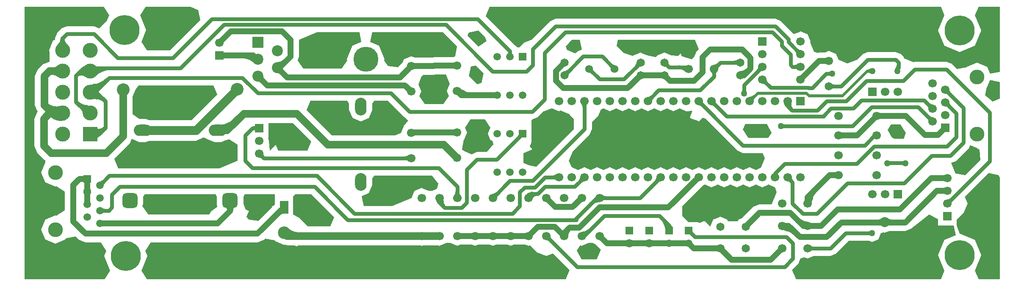
<source format=gbl>
%FSLAX24Y24*%
%MOIN*%
G70*
G01*
G75*
G04 Layer_Physical_Order=2*
G04 Layer_Color=16711680*
%ADD10C,0.0472*%
%ADD11C,0.0315*%
%ADD12C,0.0591*%
%ADD13R,0.7480X0.4724*%
%ADD14C,0.1181*%
%ADD15R,0.1181X0.1181*%
%ADD16C,0.1969*%
%ADD17C,0.0866*%
%ADD18R,0.0866X0.0866*%
%ADD19C,0.0669*%
%ADD20R,0.0669X0.0669*%
%ADD21C,0.0591*%
%ADD22R,0.0591X0.0591*%
%ADD23C,0.0650*%
%ADD24O,0.0900X0.1400*%
%ADD25O,0.1400X0.0900*%
G04:AMPARAMS|DCode=26|XSize=118.1mil|YSize=118.1mil|CornerRadius=29.5mil|HoleSize=0mil|Usage=FLASHONLY|Rotation=0.000|XOffset=0mil|YOffset=0mil|HoleType=Round|Shape=RoundedRectangle|*
%AMROUNDEDRECTD26*
21,1,0.1181,0.0591,0,0,0.0*
21,1,0.0591,0.1181,0,0,0.0*
1,1,0.0591,0.0295,-0.0295*
1,1,0.0591,-0.0295,-0.0295*
1,1,0.0591,-0.0295,0.0295*
1,1,0.0591,0.0295,0.0295*
%
%ADD26ROUNDEDRECTD26*%
%ADD27C,0.1000*%
%ADD28R,0.0669X0.0984*%
%ADD29C,0.0984*%
%ADD30C,0.1161*%
%ADD31R,0.0591X0.0591*%
%ADD32R,0.0669X0.0669*%
%ADD33C,0.2362*%
%ADD34C,0.0620*%
%ADD35C,0.0591*%
%ADD36C,0.0630*%
%ADD37C,0.0500*%
%ADD38C,0.0787*%
%ADD39C,0.0236*%
%ADD40C,0.0709*%
%ADD41C,0.0197*%
G36*
X22568Y10865D02*
X22267Y10138D01*
X19966D01*
X19774Y10601D01*
X19774Y10601D01*
X19311Y10146D01*
X19261Y10904D01*
X19261Y10904D01*
X19261D01*
X19168Y11127D01*
X19201Y11175D01*
X19201D01*
Y12286D01*
X21148D01*
X22568Y10865D01*
D02*
G37*
G36*
X74984Y10322D02*
X74984Y10322D01*
X74984Y10322D01*
X75182Y10190D01*
X75259Y9406D01*
X74045Y8192D01*
X73273Y8346D01*
X73206Y8509D01*
D01*
X72940Y9151D01*
X73306Y9303D01*
X73306D01*
X74349Y10346D01*
X74434Y10550D01*
X74984Y10322D01*
D02*
G37*
G36*
X32573Y7545D02*
X32489Y7120D01*
X32111Y6963D01*
X32111D01*
D01*
D01*
X32111D01*
D01*
X31825D01*
X31825Y6963D01*
Y6963D01*
X31825D01*
D01*
X31388Y7144D01*
X31388Y7144D01*
X31268Y7194D01*
X30710Y6963D01*
X30660Y6843D01*
D01*
X30479Y6405D01*
X28954Y5774D01*
X26708D01*
X26554Y6546D01*
X27122Y6781D01*
X27390Y7427D01*
Y7927D01*
X27541Y8153D01*
X29954D01*
X30016Y8128D01*
Y8153D01*
X32074D01*
X32573Y7545D01*
D02*
G37*
G36*
X42068Y13243D02*
X42182Y13290D01*
X42909Y12989D01*
X42943Y12907D01*
X42943Y12907D01*
X43234Y12615D01*
Y11828D01*
X40271Y8865D01*
X39751Y8969D01*
X39751Y8969D01*
X39751Y8969D01*
X39294Y9158D01*
Y9945D01*
X39972Y10226D01*
D01*
X39993Y10235D01*
X39951Y10277D01*
Y10277D01*
X39951D01*
X39775Y10453D01*
X39913Y10786D01*
X39913D01*
X39913Y10786D01*
Y12164D01*
X39913D01*
Y12526D01*
X39976Y12589D01*
D01*
X40398Y12764D01*
X40823Y13189D01*
X41511Y13474D01*
X42068Y13243D01*
D02*
G37*
G36*
X58435Y12233D02*
X58804Y11544D01*
X58532Y11138D01*
X56987D01*
X56550Y11793D01*
X56734Y12238D01*
X58423D01*
X58435Y12233D01*
D02*
G37*
G36*
X69395Y11535D02*
X69202Y11069D01*
X68470D01*
X68264Y11154D01*
X67938Y11763D01*
X68223Y12190D01*
X68957D01*
X69395Y11535D01*
D02*
G37*
G36*
X14310Y11102D02*
X14321Y11077D01*
X14967Y10809D01*
X15467D01*
X15871Y10977D01*
X15955D01*
X16121Y11045D01*
X16775Y10608D01*
Y9341D01*
X15341Y8746D01*
X7365D01*
X7064Y9474D01*
X8311Y10721D01*
X8451Y11058D01*
X9051Y10809D01*
X9551D01*
X9801Y10913D01*
X13498D01*
X14071Y11150D01*
X14310Y11102D01*
D02*
G37*
G36*
X59068Y7243D02*
X59068Y7243D01*
X59068D01*
X59225Y6865D01*
X59086Y6529D01*
X59086Y6529D01*
X58855Y5971D01*
X58855Y5971D01*
X58855Y5971D01*
X58806Y5898D01*
X57842D01*
X57360Y5699D01*
X56448Y4787D01*
X56217Y4691D01*
X56160Y4555D01*
X55373D01*
X55369Y4566D01*
X55369D01*
X55317Y4691D01*
X54767Y4919D01*
X54641Y4867D01*
X54641D01*
X54217Y4691D01*
X53989Y4141D01*
X53989Y4141D01*
X53534Y4593D01*
X53534Y4593D01*
X53161Y4438D01*
X52983Y4512D01*
Y4512D01*
X52983Y4512D01*
X52253D01*
X51839Y4926D01*
X51839D01*
X51777Y4988D01*
Y5776D01*
X53368Y7367D01*
X53568Y7450D01*
X54068Y7243D01*
X54568Y7450D01*
X55068Y7243D01*
X55568Y7450D01*
X56068Y7243D01*
X56568Y7450D01*
X57068Y7243D01*
X57568Y7450D01*
X58068Y7243D01*
X58568Y7450D01*
X59068Y7243D01*
D02*
G37*
G36*
X71920Y4742D02*
Y4223D01*
X73146D01*
X73299Y3451D01*
X72417Y3085D01*
X71918Y1880D01*
X72417Y675D01*
Y675D01*
Y675D01*
X72137Y0D01*
X60731D01*
X60429Y727D01*
X60904Y1202D01*
X60904D01*
X61079Y1624D01*
X61372Y1745D01*
X61643Y1633D01*
X61643Y1633D01*
X62106Y1825D01*
X63435D01*
X63857Y2000D01*
X64883Y3025D01*
X66489D01*
X66564Y2994D01*
X66564D01*
X66730Y2925D01*
X67223Y3129D01*
X67292Y3295D01*
Y3295D01*
X67427Y3622D01*
X67427Y3622D01*
X67427D01*
X67617Y3701D01*
X67726Y3656D01*
X68067Y3797D01*
X69331D01*
X69813Y3996D01*
X69813Y3996D01*
X69813Y3996D01*
X71212Y5087D01*
X71920Y4742D01*
D02*
G37*
G36*
X19723Y3059D02*
X19741Y3016D01*
D01*
X19755Y2981D01*
X20433Y2701D01*
X20468Y2715D01*
Y2715D01*
X20511Y2733D01*
X20687Y2660D01*
X21254D01*
X21522Y2549D01*
Y2660D01*
X31165D01*
X31268Y2617D01*
X31371Y2660D01*
X32565D01*
X32668Y2617D01*
X33226Y2848D01*
X33226Y2848D01*
X33226Y2848D01*
X33511D01*
X33511Y2848D01*
Y2848D01*
X34069Y2617D01*
X34326Y2724D01*
X35212D01*
X35469Y2617D01*
X35726Y2724D01*
X36612D01*
X36869Y2617D01*
X37127Y2724D01*
X38013D01*
X38270Y2617D01*
X38527Y2724D01*
X39413D01*
X39670Y2617D01*
X39804Y2673D01*
X40374Y2103D01*
D01*
X41071Y1815D01*
D01*
Y1815D01*
X41599Y2033D01*
X42905Y727D01*
X42604Y0D01*
X9635D01*
X9198Y655D01*
X9681Y1821D01*
X9505Y2246D01*
X9943Y2901D01*
X18356D01*
X18838Y3101D01*
X18951Y3213D01*
X19723Y3059D01*
D02*
G37*
G36*
X44972Y2741D02*
X45372Y2341D01*
X45053Y1571D01*
X43841D01*
X43470Y2265D01*
X43741Y2671D01*
X43751Y2667D01*
X43751Y2667D01*
X43751D01*
X43872Y2617D01*
X43872Y2617D01*
X44429Y2848D01*
D01*
X44715D01*
D01*
X44715D01*
X44715Y2848D01*
X44715D01*
X44972Y2741D01*
D02*
G37*
G36*
X19705Y6545D02*
X19705D01*
Y5895D01*
X19601Y5792D01*
X19478Y5741D01*
X19514Y5705D01*
X18415Y4606D01*
X17632Y4683D01*
X17474Y4919D01*
X17604Y5235D01*
X17604D01*
X17635Y5310D01*
X17635D01*
X17664Y5379D01*
X17664Y5379D01*
D01*
D01*
D01*
D01*
D01*
D01*
X17423Y5485D01*
X17237Y5915D01*
D01*
D01*
X17237Y5915D01*
D01*
D01*
Y6506D01*
X17358Y6687D01*
X19705D01*
Y6545D01*
D02*
G37*
G36*
X24396Y4879D02*
X24094Y4151D01*
X22323D01*
X21624Y4850D01*
X21624D01*
X21522Y4893D01*
D01*
X21522D01*
X21161Y5108D01*
Y6545D01*
D01*
Y6545D01*
X21303Y6687D01*
X22588D01*
X24396Y4879D01*
D02*
G37*
G36*
X76677Y8211D02*
X76772Y7983D01*
Y0D01*
X75107D01*
X74827Y675D01*
D01*
D01*
X75327Y1880D01*
X74827Y3085D01*
X73622Y3584D01*
X73377Y4223D01*
X73377Y4223D01*
X73377Y4223D01*
Y4681D01*
X73950Y5254D01*
D01*
X74239Y5951D01*
Y5951D01*
X74239D01*
X74020Y6480D01*
X75905Y8365D01*
X76677Y8211D01*
D02*
G37*
G36*
X15155Y6506D02*
Y5915D01*
X15155Y5915D01*
X15155Y5915D01*
X15187Y5691D01*
X14728Y5379D01*
Y5379D01*
X14536Y5093D01*
X9731D01*
X9293Y5747D01*
X9363Y5915D01*
Y6506D01*
X9484Y6687D01*
X15034D01*
X15155Y6506D01*
D02*
G37*
G36*
X76772Y16344D02*
X75999Y16191D01*
X75775Y16732D01*
X74984Y17060D01*
X74193Y16732D01*
X74181Y16703D01*
X73409Y16549D01*
X73001Y16957D01*
X72579Y17132D01*
X70076D01*
X69990Y17097D01*
X69263Y17398D01*
X69221Y17499D01*
X69221D01*
X69221Y17499D01*
X69221Y17499D01*
X69221D01*
X69005Y17715D01*
X68583Y17890D01*
X66388D01*
X66388Y17890D01*
X65966Y17715D01*
X65966Y17715D01*
D01*
D01*
Y17715D01*
Y17715D01*
X65966D01*
X65555Y17304D01*
X64793Y16989D01*
X64066Y17290D01*
X63876Y17749D01*
X63755Y17799D01*
D01*
X63318Y17980D01*
X63061Y17873D01*
X62548D01*
X62439Y17828D01*
X62154Y17946D01*
X61853Y18674D01*
X61877Y18731D01*
X61646Y19289D01*
D01*
D01*
Y19289D01*
X61088Y19520D01*
X60968Y19470D01*
X60968D01*
X60968D01*
X60968D01*
X60968Y19470D01*
D01*
X60595Y19316D01*
X60558Y19331D01*
X60558Y19331D01*
Y19331D01*
X59546Y20343D01*
X59124Y20518D01*
X41821D01*
X41399Y20343D01*
X39923Y18866D01*
X39326Y18619D01*
Y18619D01*
X38974Y18267D01*
X38828D01*
X38645Y18399D01*
Y18399D01*
X38645Y18399D01*
X36315Y20729D01*
X36617Y21457D01*
X72145D01*
X72417Y20802D01*
D01*
D01*
X71918Y19596D01*
X72417Y18391D01*
X73622Y17892D01*
X74827Y18391D01*
X75327Y19596D01*
X74827Y20802D01*
Y20802D01*
Y20802D01*
X75099Y21457D01*
X76772D01*
Y16344D01*
D02*
G37*
G36*
X34059Y18325D02*
X33906Y17553D01*
X33790Y17505D01*
X32256D01*
X32159Y17465D01*
X30701D01*
X30444Y17572D01*
X29886Y17341D01*
X29780Y17084D01*
X29409Y16713D01*
X28626Y16790D01*
X28324Y17242D01*
X28362Y17333D01*
X27925Y18387D01*
X27217Y18680D01*
X27371Y19453D01*
X32932D01*
X34059Y18325D01*
D02*
G37*
G36*
X53096Y18144D02*
X52914Y17962D01*
X52714Y17480D01*
X52500Y17337D01*
X51746Y17566D01*
X51655Y17787D01*
X51455Y17587D01*
X50918Y17621D01*
Y17621D01*
X50918Y17621D01*
D01*
D01*
D01*
X50368Y17849D01*
X49818Y17621D01*
X49818Y17621D01*
Y17621D01*
X49694Y17495D01*
X49048Y17621D01*
Y17621D01*
X48624Y17797D01*
Y17797D01*
X48624Y17797D01*
X48498Y17849D01*
X48498Y17849D01*
X47948Y17621D01*
X47948Y17621D01*
X47948Y17621D01*
D01*
X47842Y17603D01*
X47191Y17835D01*
D01*
D01*
D01*
D01*
D01*
Y17835D01*
X47191D01*
X47191D01*
X47191D01*
X47191Y17835D01*
X46614Y18412D01*
X46705Y18872D01*
X52794D01*
X53096Y18144D01*
D02*
G37*
G36*
X43868Y18100D02*
X43569Y17976D01*
X43569Y17976D01*
Y17976D01*
Y17976D01*
X43569Y17976D01*
X43569Y17976D01*
X43334Y17813D01*
X42701Y18069D01*
X42622Y18323D01*
X43073Y18872D01*
X43714D01*
X43868Y18100D01*
D02*
G37*
G36*
X6674Y20802D02*
X6483Y20341D01*
X5894Y19753D01*
X5472Y19927D01*
X3346D01*
X3346Y19927D01*
X2925Y19753D01*
X2925Y19753D01*
X2925Y19753D01*
X2580Y19408D01*
X2405Y18986D01*
Y18860D01*
X2249Y18795D01*
X1937Y18041D01*
X1978Y17941D01*
X1978Y17134D01*
X1451Y16915D01*
X1047Y16512D01*
X829Y15984D01*
Y13701D01*
X1038Y13195D01*
X1008Y13165D01*
X790Y12638D01*
Y10496D01*
X1008Y9969D01*
X1583Y9394D01*
X1646Y9368D01*
Y9202D01*
X1646Y9202D01*
X1646D01*
X1318Y8411D01*
X1646Y7620D01*
X2437Y7292D01*
X2522Y7327D01*
X3176Y6890D01*
Y5432D01*
X2522Y4994D01*
X2437Y5029D01*
X1646Y4702D01*
X1318Y3911D01*
X1646Y3120D01*
X2437Y2792D01*
X3228Y3120D01*
X3271Y3224D01*
X4044Y3378D01*
X4321Y3101D01*
X4803Y2901D01*
X6010D01*
X6448Y2246D01*
X6272Y1821D01*
X6755Y655D01*
X6318Y0D01*
X0D01*
Y21457D01*
D01*
X0D01*
Y21457D01*
D01*
D01*
X0Y21457D01*
D01*
X6236D01*
X6674Y20802D01*
D02*
G37*
G36*
X36260Y19097D02*
X36397Y18768D01*
X35742Y18330D01*
X34884Y19188D01*
X34989Y19442D01*
X35762Y19595D01*
X36260Y19097D01*
D02*
G37*
G36*
X13677Y21205D02*
X13831Y20433D01*
X11436Y18038D01*
X9646D01*
X9209Y18692D01*
X9591Y19615D01*
X9099Y20802D01*
X9537Y21457D01*
X13069D01*
X13677Y21205D01*
D02*
G37*
G36*
X26523Y18680D02*
X25815Y18387D01*
X25379Y17333D01*
X25416Y17242D01*
X24979Y16587D01*
X21945D01*
X21508Y17242D01*
X21627Y17530D01*
Y18866D01*
X23043Y19453D01*
X26369D01*
X26523Y18680D01*
D02*
G37*
G36*
X15183Y14552D02*
X13163Y12532D01*
X9801D01*
X9551Y12636D01*
X9051D01*
X8530Y12984D01*
Y14403D01*
X8751Y14938D01*
X8751Y14938D01*
X8751Y14938D01*
X8979Y15279D01*
X14881D01*
X15183Y14552D01*
D02*
G37*
G36*
X29904Y12764D02*
X29904D01*
Y12764D01*
D01*
D01*
D01*
X29904D01*
X30218Y12511D01*
X29886Y12099D01*
X29886Y12099D01*
X29886Y12099D01*
D01*
X29886Y12099D01*
X29886D01*
D01*
D01*
X29656Y11541D01*
X29173Y11342D01*
X24201D01*
X22202Y13341D01*
X22503Y14069D01*
X25412D01*
X25563Y13843D01*
Y13343D01*
X25831Y12697D01*
X26476Y12429D01*
X27122Y12697D01*
X27390Y13343D01*
Y13843D01*
X27541Y14069D01*
X28599D01*
X29904Y12764D01*
D02*
G37*
G36*
X36668Y11935D02*
X36638Y11861D01*
X36638D01*
D01*
D01*
Y11861D01*
Y11861D01*
X36536Y11616D01*
Y11616D01*
X36478Y11475D01*
X36696Y10948D01*
X36838Y10889D01*
Y10889D01*
X36859Y10880D01*
X36910Y10625D01*
X36411Y10016D01*
X35620D01*
X35198Y9841D01*
X35198D01*
X35198D01*
X34622Y10080D01*
X34605Y10121D01*
X34502Y10164D01*
X34438Y10228D01*
X34591Y11000D01*
X34605Y11006D01*
X34836Y11564D01*
X34836Y11564D01*
Y11564D01*
X34682Y11935D01*
X35120Y12589D01*
X36231D01*
X36668Y11935D01*
D02*
G37*
G36*
X52068Y13243D02*
X52068Y13243D01*
X52068Y13243D01*
X52594Y13267D01*
X52371Y12729D01*
D01*
Y12729D01*
D01*
X52497Y12677D01*
D01*
X52960Y12485D01*
X52960D01*
X53068Y12441D01*
X53068Y12441D01*
X53331Y12691D01*
X53371Y12729D01*
X53371D01*
X53371Y12729D01*
X53636Y12619D01*
X56136Y10119D01*
X56558Y9945D01*
X58118D01*
X58295Y9516D01*
X57994Y8789D01*
X57568Y8613D01*
X57068Y8820D01*
X56568Y8613D01*
X56068Y8820D01*
X55568Y8613D01*
X55068Y8820D01*
X54568Y8613D01*
X54068Y8820D01*
X53568Y8613D01*
X53068Y8820D01*
X52568Y8613D01*
X52068Y8820D01*
X51568Y8613D01*
X51068Y8820D01*
X50568Y8613D01*
X50068Y8820D01*
X49568Y8613D01*
X49068Y8820D01*
X48790Y8705D01*
X48766Y8729D01*
X48749Y8688D01*
X48568Y8613D01*
X48068Y8820D01*
X47568Y8613D01*
X47068Y8820D01*
X46568Y8613D01*
X46068Y8820D01*
X45568Y8613D01*
X45068Y8820D01*
X44568Y8613D01*
X44068Y8820D01*
X43568Y8613D01*
X43068Y8820D01*
X42861Y9320D01*
X43178Y10084D01*
X44490Y11396D01*
X44490Y11396D01*
X44665Y11818D01*
Y12378D01*
X45193Y12907D01*
X45193Y12907D01*
X45387Y13375D01*
X45568Y13450D01*
X46068Y13243D01*
X46568Y13450D01*
X47068Y13243D01*
X47568Y13450D01*
X48068Y13243D01*
X48568Y13450D01*
X49068Y13243D01*
X49568Y13450D01*
X50068Y13243D01*
X50346Y13358D01*
X50370Y13334D01*
X50387Y13375D01*
X50568Y13450D01*
X51068Y13243D01*
X51568Y13450D01*
X52068Y13243D01*
D02*
G37*
G36*
X36146Y16239D02*
X35972Y15471D01*
X35657Y15359D01*
X35120Y15896D01*
X35120Y15896D01*
X35108Y15902D01*
D01*
X34989Y15988D01*
X35157Y16757D01*
X35549Y16835D01*
X36146Y16239D01*
D02*
G37*
G36*
X76772Y15538D02*
Y14215D01*
X76225Y13989D01*
X75617Y14488D01*
X75746Y15138D01*
X75775Y15150D01*
X75999Y15691D01*
X76772Y15538D01*
D02*
G37*
G36*
X33490Y15381D02*
D01*
D01*
X33259Y14824D01*
X33419Y14437D01*
X32982Y13782D01*
X31526D01*
X31089Y14437D01*
X31232Y14784D01*
X31001Y15341D01*
Y15341D01*
Y15341D01*
X31259Y15962D01*
X31398Y16102D01*
X32216D01*
X32313Y16142D01*
X33175D01*
X33490Y15381D01*
D02*
G37*
D10*
X67275Y4478D02*
G03*
X67615Y4619I0J481D01*
G01*
X67838D02*
G03*
X68178Y4478I340J340D01*
G01*
X34500Y14672D02*
G03*
X34073Y14728I-281J-487D01*
G01*
X34117Y14893D02*
G03*
X35108Y14483I990J990D01*
G01*
X34500Y14672D02*
G03*
X34073Y14728I-281J-487D01*
G01*
X62161Y6983D02*
G03*
X61741Y5971I1012J-1012D01*
G01*
X61594Y6057D02*
G03*
X61856Y6398I-281J487D01*
G01*
X61594Y6057D02*
G03*
X61856Y6398I-281J487D01*
G01*
X59728Y4246D02*
G03*
X60070Y3984I487J281D01*
G01*
X60683Y3667D02*
G03*
X59643Y4098I-1040J-1040D01*
G01*
X61558Y4147D02*
G03*
X61216Y4409I-487J-281D01*
G01*
X60899Y4603D02*
G03*
X61643Y4295I744J744D01*
G01*
X61558Y4147D02*
G03*
X61216Y4409I-487J-281D01*
G01*
X20433Y5404D02*
G03*
X19996Y5223I0J-618D01*
G01*
X16441Y5955D02*
G03*
X16196Y5379I553J-576D01*
G01*
D02*
G03*
X15950Y5955I-799J0D01*
G01*
X42422Y3491D02*
G03*
X42684Y3832I-281J487D01*
G01*
X42800Y3961D02*
G03*
X42570Y3405I556J-556D01*
G01*
X42422Y3491D02*
G03*
X42684Y3832I-281J487D01*
G01*
X56338Y16160D02*
G03*
X57009Y16438I0J948D01*
G01*
X56722Y16263D02*
G03*
X56415Y16027I131J-489D01*
G01*
X56722Y16263D02*
G03*
X56415Y16027I131J-489D01*
G01*
X17668Y17523D02*
G03*
X18275Y17513I313J542D01*
G01*
X18228Y17200D02*
G03*
X17194Y17628I-1034J-1034D01*
G01*
X17668Y17523D02*
G03*
X18275Y17513I313J542D01*
G01*
X18564Y16000D02*
G03*
X18703Y15664I475J0D01*
G01*
X18703Y15664D02*
G03*
X18367Y15804I-336J-336D01*
G01*
X20100Y16670D02*
G03*
X20239Y16334I475J0D01*
G01*
X20239Y16334D02*
G03*
X19903Y16473I-336J-336D01*
G01*
Y16867D02*
G03*
X20550Y17135I0J915D01*
G01*
X67275Y4478D02*
G03*
X67615Y4619I0J481D01*
G01*
X67838D02*
G03*
X68178Y4478I340J340D01*
G01*
X34117Y14893D02*
G03*
X35108Y14483I990J990D01*
G01*
X34500Y14672D02*
G03*
X34073Y14728I-281J-487D01*
G01*
X62161Y6983D02*
G03*
X61741Y5971I1012J-1012D01*
G01*
X61594Y6057D02*
G03*
X61856Y6398I-281J487D01*
G01*
X60683Y3667D02*
G03*
X59643Y4098I-1040J-1040D01*
G01*
X60899Y4603D02*
G03*
X61643Y4295I744J744D01*
G01*
X61558Y4147D02*
G03*
X61216Y4409I-487J-281D01*
G01*
X20433Y5404D02*
G03*
X19996Y5223I0J-618D01*
G01*
X16441Y5955D02*
G03*
X16196Y5379I553J-576D01*
G01*
D02*
G03*
X15950Y5955I-799J0D01*
G01*
X42800Y3961D02*
G03*
X42570Y3405I556J-556D01*
G01*
X42422Y3491D02*
G03*
X42684Y3832I-281J487D01*
G01*
X56338Y16160D02*
G03*
X57009Y16438I0J948D01*
G01*
X56722Y16263D02*
G03*
X56415Y16027I131J-489D01*
G01*
X18228Y17200D02*
G03*
X17194Y17628I-1034J-1034D01*
G01*
X17668Y17523D02*
G03*
X18275Y17513I313J542D01*
G01*
X18564Y16000D02*
G03*
X18703Y15664I475J0D01*
G01*
X18703Y15664D02*
G03*
X18367Y15804I-336J-336D01*
G01*
X20100Y16670D02*
G03*
X20239Y16334I475J0D01*
G01*
X20239Y16334D02*
G03*
X19903Y16473I-336J-336D01*
G01*
Y16867D02*
G03*
X20550Y17135I0J915D01*
G01*
X34117Y14893D02*
G03*
X35108Y14483I990J990D01*
G01*
X62161Y6983D02*
G03*
X61741Y5971I1012J-1012D01*
G01*
X60899Y4603D02*
G03*
X61643Y4295I744J744D01*
G01*
X20433Y5404D02*
G03*
X19996Y5223I0J-618D01*
G01*
X16441Y5955D02*
G03*
X16196Y5379I553J-576D01*
G01*
D02*
G03*
X15950Y5955I-799J0D01*
G01*
X42800Y3961D02*
G03*
X42570Y3405I556J-556D01*
G01*
X56338Y16160D02*
G03*
X57009Y16438I0J948D01*
G01*
X18228Y17200D02*
G03*
X17194Y17628I-1034J-1034D01*
G01*
X18564Y16000D02*
G03*
X18703Y15664I475J0D01*
G01*
X18703Y15664D02*
G03*
X18367Y15804I-336J-336D01*
G01*
X20100Y16670D02*
G03*
X20239Y16334I475J0D01*
G01*
X20239Y16334D02*
G03*
X19903Y16473I-336J-336D01*
G01*
Y16867D02*
G03*
X20550Y17135I0J915D01*
G01*
X64321Y4478D02*
X69331D01*
X63159Y3317D02*
X64321Y4478D01*
X61033Y3317D02*
X63159D01*
X60154Y4196D02*
X61033Y3317D01*
X59643Y4196D02*
X60154D01*
X70886Y11378D02*
X71921D01*
X69392Y12871D02*
X70886Y11378D01*
X67088Y12871D02*
X69392D01*
X68917Y5502D02*
X71367Y7951D01*
X64016Y5502D02*
X68917D01*
X62710Y4196D02*
X64016Y5502D01*
X69331Y4478D02*
X71804Y6951D01*
X72648D01*
X71367Y7951D02*
X72648D01*
X61643Y4196D02*
X62710D01*
X20283Y19528D02*
X20945Y18866D01*
X16254Y19528D02*
X20283D01*
X15354Y18628D02*
X16254Y19528D01*
X47486Y15059D02*
X48498Y16071D01*
X42424Y15059D02*
X47486D01*
X41847Y15636D02*
X42424Y15059D01*
X63379Y8201D02*
X64088D01*
X61643Y6466D02*
X63379Y8201D01*
X61643Y5971D02*
Y6466D01*
X61306Y4196D02*
X61643D01*
X60285Y5217D02*
X61306Y4196D01*
X57842Y5217D02*
X60285D01*
X56767Y4141D02*
X57842Y5217D01*
X58747Y1526D02*
X59643Y2421D01*
X55663Y1526D02*
X58747D01*
X54767Y2421D02*
X55663Y1526D01*
X45266Y5659D02*
X50696D01*
X43683Y4076D02*
X45266Y5659D01*
X42915Y4076D02*
X43683D01*
X42471Y3633D02*
X42915Y4076D01*
X42471Y3405D02*
Y3633D01*
X41743Y4134D02*
X42471Y3405D01*
X40399Y4134D02*
X41743D01*
X39670Y3405D02*
X40399Y4134D01*
X50696Y5659D02*
X53068Y8031D01*
X71921Y11378D02*
X72484Y11941D01*
X52720Y15620D02*
X53396Y16296D01*
X50820Y15620D02*
X52720D01*
X50368Y16071D02*
X50820Y15620D01*
X53396Y17480D02*
X53996Y18081D01*
X53396Y16296D02*
Y17480D01*
X53996Y18081D02*
X56501D01*
X57156Y17426D01*
Y16585D02*
Y17426D01*
X56642Y16071D02*
X57156Y16585D01*
X56338Y16071D02*
X56642D01*
X20945Y17530D02*
Y18866D01*
X20085Y16670D02*
X20945Y17530D01*
X19903Y16670D02*
X20085D01*
X16196Y5379D02*
Y6211D01*
X30444Y11541D02*
X30466Y11564D01*
X29566Y15906D02*
X30444Y16784D01*
X20667Y15906D02*
X29566D01*
X19903Y16670D02*
X20667Y15906D01*
X19102Y15266D02*
X29962D01*
X18367Y16000D02*
X19102Y15266D01*
X29962D02*
X30444Y14784D01*
X18012Y17628D02*
X18179Y17461D01*
X3858Y7423D02*
X4346Y7911D01*
X65532Y11315D02*
X67088Y12871D01*
X64088Y11315D02*
X65532D01*
X52695Y2421D02*
X54767D01*
X52294Y2823D02*
X52695Y2421D01*
X34388Y14483D02*
X37224D01*
X34048Y14824D02*
X34388Y14483D01*
X61088Y15731D02*
X62548Y17191D01*
X63318D01*
X41847Y15636D02*
Y16410D01*
X42508Y17071D01*
X15354Y17628D02*
X18012D01*
X45854Y2823D02*
X47624D01*
X45272Y3405D02*
X45854Y2823D01*
X41071Y6405D02*
X41790Y5686D01*
X43152D01*
X43872Y6405D01*
X32256Y16824D02*
X34048D01*
X32216Y16784D02*
X32256Y16824D01*
X30444Y16784D02*
X32216D01*
X38270Y3405D02*
X39670D01*
X36869D02*
X38270D01*
X35469D02*
X36869D01*
X34069D02*
X35469D01*
X50737Y2823D02*
X52294D01*
X47624D02*
X49180D01*
X50737D01*
X48498Y16071D02*
X50368D01*
X30466Y11564D02*
X34048D01*
X4346Y7911D02*
X4937D01*
X3858Y4528D02*
Y7423D01*
X4937Y5911D02*
Y6911D01*
Y7911D01*
X5937Y4411D02*
X15228D01*
X16196Y5379D01*
X3858Y4528D02*
X4803Y3583D01*
X18356D01*
X20433Y5659D01*
D11*
X68208Y9163D02*
G03*
X67979Y9068I0J-324D01*
G01*
X69295Y9078D02*
G03*
X69089Y9163I-205J-205D01*
G01*
X69295Y9078D02*
G03*
X69089Y9163I-205J-205D01*
G01*
X68680Y16495D02*
G03*
X68799Y16663I-59J169D01*
G01*
X68645Y16473D02*
G03*
X68799Y16845I-372J372D01*
G01*
X6034Y5508D02*
G03*
X6270Y5411I235J235D01*
G01*
D02*
G03*
X6034Y5313I0J-333D01*
G01*
X5937Y7549D02*
G03*
X6172Y7646I0J333D01*
G01*
D02*
G03*
X6075Y7411I235J-235D01*
G01*
X43872Y3583D02*
G03*
X44487Y3838I0J871D01*
G01*
X41248Y3405D02*
G03*
X41373Y3103I428J0D01*
G01*
X41373Y3103D02*
G03*
X41071Y3228I-302J-302D01*
G01*
X36869Y6583D02*
G03*
X37172Y6708I0J428D01*
G01*
X37172Y6708D02*
G03*
X37047Y6405I302J-302D01*
G01*
X32533Y6431D02*
G03*
X32650Y6051I418J-79D01*
G01*
X32842Y6372D02*
G03*
X33071Y5630I816J-155D01*
G01*
X32780Y6268D02*
G03*
X32668Y6033I192J-235D01*
G01*
D02*
G03*
X32556Y6268I-304J0D01*
G01*
X52431Y3823D02*
G03*
X52529Y3588I333J0D01*
G01*
D02*
G03*
X52294Y3685I-235J-235D01*
G01*
X50439Y4420D02*
G03*
X50806Y3942I760J204D01*
G01*
X50606Y3865D02*
G03*
X50518Y4230I-343J111D01*
G01*
X50914Y3823D02*
G03*
X50742Y4238I-587J0D01*
G01*
X50599Y3823D02*
G03*
X50204Y4776I-1348J0D01*
G01*
X50439Y4420D02*
G03*
X50806Y3942I760J204D01*
G01*
X50639Y3920D02*
G03*
X50737Y4156I-235J235D01*
G01*
D02*
G03*
X50834Y3920I333J0D01*
G01*
X42508Y16239D02*
G03*
X42794Y16357I0J404D01*
G01*
D02*
G03*
X42676Y16071I286J-286D01*
G01*
X44601Y16571D02*
G03*
X44709Y16311I368J0D01*
G01*
D02*
G03*
X44448Y16419I-260J-260D01*
G01*
X46296Y16571D02*
G03*
X46188Y16832I-368J0D01*
G01*
D02*
G03*
X46448Y16724I260J260D01*
G01*
X60963Y16606D02*
G03*
X60660Y16731I-302J-302D01*
G01*
D02*
G03*
X60963Y16857I0J428D01*
G01*
X60911Y17731D02*
G03*
X60786Y18034I-428J0D01*
G01*
X60786Y18034D02*
G03*
X61088Y17909I302J302D01*
G01*
X58265Y15731D02*
G03*
X58391Y15429I428J0D01*
G01*
X58391Y15429D02*
G03*
X58088Y15554I-302J-302D01*
G01*
Y16554D02*
G03*
X57786Y16429I0J-428D01*
G01*
X57786Y16429D02*
G03*
X57911Y16731I-302J302D01*
G01*
X54288Y16749D02*
G03*
X54591Y16874I0J428D01*
G01*
X54591Y16874D02*
G03*
X54465Y16571I302J-302D01*
G01*
X54413Y16446D02*
G03*
X54288Y16144I302J-302D01*
G01*
D02*
G03*
X54163Y16446I-428J0D01*
G01*
X51856Y16624D02*
G03*
X52149Y16680I114J197D01*
G01*
X52163Y16446D02*
G03*
X51543Y16703I-619J-619D01*
G01*
X51856Y16624D02*
G03*
X52149Y16680I114J197D01*
G01*
X45397Y6531D02*
G03*
X45700Y6405I302J302D01*
G01*
D02*
G03*
X45397Y6280I0J-428D01*
G01*
X45272Y6228D02*
G03*
X44603Y5951I0J-947D01*
G01*
X30319Y9416D02*
G03*
X30016Y9541I-302J-302D01*
G01*
D02*
G03*
X30319Y9667I0J428D01*
G01*
X63436Y15310D02*
G03*
X63722Y15191I286J286D01*
G01*
D02*
G03*
X63436Y15073I0J-404D01*
G01*
X61768Y2547D02*
G03*
X62071Y2421I302J302D01*
G01*
D02*
G03*
X61768Y2296I0J-428D01*
G01*
X18650Y9904D02*
G03*
X18775Y9601I428J0D01*
G01*
X18775Y9601D02*
G03*
X18472Y9726I-302J-302D01*
G01*
X18347Y11778D02*
G03*
X18045Y11904I-302J-302D01*
G01*
D02*
G03*
X18347Y12029I0J428D01*
G01*
X72661Y13941D02*
G03*
X72787Y13639I428J0D01*
G01*
X72787Y13639D02*
G03*
X72484Y13764I-302J-302D01*
G01*
X71307Y13441D02*
G03*
X71182Y13743I-428J0D01*
G01*
X71182Y13743D02*
G03*
X71484Y13618I302J302D01*
G01*
X72661Y14941D02*
G03*
X72787Y14639I428J0D01*
G01*
X72787Y14639D02*
G03*
X72484Y14764I-302J-302D01*
G01*
X71307Y12441D02*
G03*
X71182Y12743I-428J0D01*
G01*
X71182Y12743D02*
G03*
X71484Y12618I302J302D01*
G01*
X33943Y6531D02*
G03*
X34069Y6833I-302J302D01*
G01*
D02*
G03*
X34194Y6531I428J0D01*
G01*
X59937Y14072D02*
G03*
X60035Y13676I377J-117D01*
G01*
X60237Y13979D02*
G03*
X60404Y13307I640J-198D01*
G01*
X60148Y13556D02*
G03*
X59971Y13883I-391J0D01*
G01*
X54245Y14031D02*
G03*
X54371Y13729I428J0D01*
G01*
X54371Y13729D02*
G03*
X54068Y13854I-302J-302D01*
G01*
X53245Y14031D02*
G03*
X53371Y13729I428J0D01*
G01*
X53371Y13729D02*
G03*
X53068Y13854I-302J-302D01*
G01*
X49068Y14209D02*
G03*
X49371Y14334I0J428D01*
G01*
X49371Y14334D02*
G03*
X49245Y14031I302J-302D01*
G01*
X44193Y13906D02*
G03*
X44068Y13604I302J-302D01*
G01*
D02*
G03*
X43943Y13906I-428J0D01*
G01*
X60245Y8031D02*
G03*
X60371Y7729I428J0D01*
G01*
X60371Y7729D02*
G03*
X60068Y7854I-302J-302D01*
G01*
X50068D02*
G03*
X49766Y7729I0J-428D01*
G01*
X49766Y7729D02*
G03*
X49891Y8031I-302J302D01*
G01*
X44068Y7854D02*
G03*
X43766Y7729I0J-428D01*
G01*
X43766Y7729D02*
G03*
X43891Y8031I-302J302D01*
G01*
X41943Y7906D02*
G03*
X41640Y8031I-302J-302D01*
G01*
D02*
G03*
X41943Y8157I0J428D01*
G01*
X39745Y6566D02*
G03*
X40061Y6647I108J233D01*
G01*
X39745Y6566D02*
G03*
X40061Y6647I108J233D01*
G01*
X39921Y6742D02*
G03*
X39842Y6450I215J-215D01*
G01*
X39962Y6742D02*
G03*
X39542Y6456I0J-451D01*
G01*
X40423Y6742D02*
G03*
X39835Y6341I0J-631D01*
G01*
X50535Y17071D02*
G03*
X50654Y16786I404J0D01*
G01*
D02*
G03*
X50368Y16904I-286J-286D01*
G01*
X56220Y16953D02*
G03*
X55934Y17071I-286J-286D01*
G01*
D02*
G03*
X56220Y17190I0J404D01*
G01*
X48498Y16904D02*
G03*
X48213Y16786I0J-404D01*
G01*
D02*
G03*
X48331Y17071I-286J286D01*
G01*
X39224Y11337D02*
G03*
X38988Y11240I0J-333D01*
G01*
D02*
G03*
X39086Y11475I-235J235D01*
G01*
X38126Y17614D02*
G03*
X38224Y17849I-235J235D01*
G01*
D02*
G03*
X38321Y17614I333J0D01*
G01*
X72648Y6129D02*
G03*
X72951Y6254I0J428D01*
G01*
X72951Y6254D02*
G03*
X72825Y5951I302J-302D01*
G01*
X2719Y18369D02*
G03*
X3002Y18986I-531J617D01*
G01*
D02*
G03*
X3285Y18369I814J0D01*
G01*
X6047Y16634D02*
G03*
X5251Y16304I0J-1125D01*
G01*
X6807Y16634D02*
G03*
X5474Y16082I0J-1886D01*
G01*
X4792Y16172D02*
G03*
X4419Y16388I-372J-214D01*
G01*
D02*
G03*
X4792Y16603I0J429D01*
G01*
X5295Y16538D02*
G03*
X4538Y16507I-361J-426D01*
G01*
X5091Y16298D02*
G03*
X4297Y16265I-379J-447D01*
G01*
X4887Y16058D02*
G03*
X4055Y16024I-398J-468D01*
G01*
X5526Y15263D02*
G03*
X4990Y14820I216J-806D01*
G01*
X6189Y15441D02*
G03*
X5274Y14683I369J-1378D01*
G01*
X5167Y14852D02*
G03*
X6024Y15207I0J1212D01*
G01*
X5167Y15167D02*
G03*
X6562Y15745I0J1972D01*
G01*
X5989Y14405D02*
G03*
X5197Y14620I-584J-584D01*
G01*
X6378Y14016D02*
G03*
X5276Y14315I-812J-812D01*
G01*
X5384Y15109D02*
G03*
X5882Y15044I328J568D01*
G01*
X5027Y14596D02*
G03*
X5699Y14312I679J669D01*
G01*
X5352Y13149D02*
G03*
X4861Y13596I-677J-252D01*
G01*
X5057Y13040D02*
G03*
X4272Y13754I-1083J-402D01*
G01*
X4734Y13081D02*
G03*
X4581Y13450I-523J0D01*
G01*
X4596Y13435D02*
G03*
X5167Y13199I571J571D01*
G01*
X4058Y13973D02*
G03*
X5167Y13514I1109J1109D01*
G01*
X5553Y11625D02*
G03*
X5876Y11427I323J166D01*
G01*
D02*
G03*
X5553Y11230I0J-363D01*
G01*
X5068Y11257D02*
G03*
X5801Y11352I305J522D01*
G01*
X5227Y11529D02*
G03*
X6089Y11640I359J615D01*
G01*
X5386Y11801D02*
G03*
X6378Y11929I413J707D01*
G01*
X68208Y9163D02*
G03*
X67979Y9068I0J-324D01*
G01*
X69295Y9078D02*
G03*
X69089Y9163I-205J-205D01*
G01*
X69295Y9078D02*
G03*
X69089Y9163I-205J-205D01*
G01*
X68680Y16495D02*
G03*
X68799Y16663I-59J169D01*
G01*
X68645Y16473D02*
G03*
X68799Y16845I-372J372D01*
G01*
X6034Y5508D02*
G03*
X6270Y5411I235J235D01*
G01*
D02*
G03*
X6034Y5313I0J-333D01*
G01*
X5937Y7549D02*
G03*
X6172Y7646I0J333D01*
G01*
D02*
G03*
X6075Y7411I235J-235D01*
G01*
X43872Y3583D02*
G03*
X44487Y3838I0J871D01*
G01*
X41248Y3405D02*
G03*
X41373Y3103I428J0D01*
G01*
X41373Y3103D02*
G03*
X41071Y3228I-302J-302D01*
G01*
X36869Y6583D02*
G03*
X37172Y6708I0J428D01*
G01*
X37172Y6708D02*
G03*
X37047Y6405I302J-302D01*
G01*
X32533Y6431D02*
G03*
X32650Y6051I418J-79D01*
G01*
X32842Y6372D02*
G03*
X33071Y5630I816J-155D01*
G01*
X32780Y6268D02*
G03*
X32668Y6033I192J-235D01*
G01*
D02*
G03*
X32556Y6268I-304J0D01*
G01*
X52431Y3823D02*
G03*
X52529Y3588I333J0D01*
G01*
D02*
G03*
X52294Y3685I-235J-235D01*
G01*
X50914Y3823D02*
G03*
X50742Y4238I-587J0D01*
G01*
X50599Y3823D02*
G03*
X50204Y4776I-1348J0D01*
G01*
X50439Y4420D02*
G03*
X50806Y3942I760J204D01*
G01*
X50639Y3920D02*
G03*
X50737Y4156I-235J235D01*
G01*
D02*
G03*
X50834Y3920I333J0D01*
G01*
X42508Y16239D02*
G03*
X42794Y16357I0J404D01*
G01*
D02*
G03*
X42676Y16071I286J-286D01*
G01*
X44601Y16571D02*
G03*
X44709Y16311I368J0D01*
G01*
D02*
G03*
X44448Y16419I-260J-260D01*
G01*
X46296Y16571D02*
G03*
X46188Y16832I-368J0D01*
G01*
D02*
G03*
X46448Y16724I260J260D01*
G01*
X60963Y16606D02*
G03*
X60660Y16731I-302J-302D01*
G01*
D02*
G03*
X60963Y16857I0J428D01*
G01*
X60911Y17731D02*
G03*
X60786Y18034I-428J0D01*
G01*
X60786Y18034D02*
G03*
X61088Y17909I302J302D01*
G01*
X58265Y15731D02*
G03*
X58391Y15429I428J0D01*
G01*
X58391Y15429D02*
G03*
X58088Y15554I-302J-302D01*
G01*
Y16554D02*
G03*
X57786Y16429I0J-428D01*
G01*
X57786Y16429D02*
G03*
X57911Y16731I-302J302D01*
G01*
X54288Y16749D02*
G03*
X54591Y16874I0J428D01*
G01*
X54591Y16874D02*
G03*
X54465Y16571I302J-302D01*
G01*
X54413Y16446D02*
G03*
X54288Y16144I302J-302D01*
G01*
D02*
G03*
X54163Y16446I-428J0D01*
G01*
X52163D02*
G03*
X51543Y16703I-619J-619D01*
G01*
X51856Y16624D02*
G03*
X52149Y16680I114J197D01*
G01*
X45397Y6531D02*
G03*
X45700Y6405I302J302D01*
G01*
D02*
G03*
X45397Y6280I0J-428D01*
G01*
X45272Y6228D02*
G03*
X44603Y5951I0J-947D01*
G01*
X30319Y9416D02*
G03*
X30016Y9541I-302J-302D01*
G01*
D02*
G03*
X30319Y9667I0J428D01*
G01*
X63436Y15310D02*
G03*
X63722Y15191I286J286D01*
G01*
D02*
G03*
X63436Y15073I0J-404D01*
G01*
X61768Y2547D02*
G03*
X62071Y2421I302J302D01*
G01*
D02*
G03*
X61768Y2296I0J-428D01*
G01*
X18650Y9904D02*
G03*
X18775Y9601I428J0D01*
G01*
X18775Y9601D02*
G03*
X18472Y9726I-302J-302D01*
G01*
X18347Y11778D02*
G03*
X18045Y11904I-302J-302D01*
G01*
D02*
G03*
X18347Y12029I0J428D01*
G01*
X72661Y13941D02*
G03*
X72787Y13639I428J0D01*
G01*
X72787Y13639D02*
G03*
X72484Y13764I-302J-302D01*
G01*
X71307Y13441D02*
G03*
X71182Y13743I-428J0D01*
G01*
X71182Y13743D02*
G03*
X71484Y13618I302J302D01*
G01*
X72661Y14941D02*
G03*
X72787Y14639I428J0D01*
G01*
X72787Y14639D02*
G03*
X72484Y14764I-302J-302D01*
G01*
X71307Y12441D02*
G03*
X71182Y12743I-428J0D01*
G01*
X71182Y12743D02*
G03*
X71484Y12618I302J302D01*
G01*
X33943Y6531D02*
G03*
X34069Y6833I-302J302D01*
G01*
D02*
G03*
X34194Y6531I428J0D01*
G01*
X59937Y14072D02*
G03*
X60035Y13676I377J-117D01*
G01*
X60237Y13979D02*
G03*
X60404Y13307I640J-198D01*
G01*
X60148Y13556D02*
G03*
X59971Y13883I-391J0D01*
G01*
X54245Y14031D02*
G03*
X54371Y13729I428J0D01*
G01*
X54371Y13729D02*
G03*
X54068Y13854I-302J-302D01*
G01*
X53245Y14031D02*
G03*
X53371Y13729I428J0D01*
G01*
X53371Y13729D02*
G03*
X53068Y13854I-302J-302D01*
G01*
X49068Y14209D02*
G03*
X49371Y14334I0J428D01*
G01*
X49371Y14334D02*
G03*
X49245Y14031I302J-302D01*
G01*
X44193Y13906D02*
G03*
X44068Y13604I302J-302D01*
G01*
D02*
G03*
X43943Y13906I-428J0D01*
G01*
X60245Y8031D02*
G03*
X60371Y7729I428J0D01*
G01*
X60371Y7729D02*
G03*
X60068Y7854I-302J-302D01*
G01*
X50068D02*
G03*
X49766Y7729I0J-428D01*
G01*
X49766Y7729D02*
G03*
X49891Y8031I-302J302D01*
G01*
X44068Y7854D02*
G03*
X43766Y7729I0J-428D01*
G01*
X43766Y7729D02*
G03*
X43891Y8031I-302J302D01*
G01*
X41943Y7906D02*
G03*
X41640Y8031I-302J-302D01*
G01*
D02*
G03*
X41943Y8157I0J428D01*
G01*
X39745Y6566D02*
G03*
X40061Y6647I108J233D01*
G01*
X39921Y6742D02*
G03*
X39842Y6450I215J-215D01*
G01*
X39962Y6742D02*
G03*
X39542Y6456I0J-451D01*
G01*
X40423Y6742D02*
G03*
X39835Y6341I0J-631D01*
G01*
X50535Y17071D02*
G03*
X50654Y16786I404J0D01*
G01*
D02*
G03*
X50368Y16904I-286J-286D01*
G01*
X56220Y16953D02*
G03*
X55934Y17071I-286J-286D01*
G01*
D02*
G03*
X56220Y17190I0J404D01*
G01*
X48498Y16904D02*
G03*
X48213Y16786I0J-404D01*
G01*
D02*
G03*
X48331Y17071I-286J286D01*
G01*
X39224Y11337D02*
G03*
X38988Y11240I0J-333D01*
G01*
D02*
G03*
X39086Y11475I-235J235D01*
G01*
X38126Y17614D02*
G03*
X38224Y17849I-235J235D01*
G01*
D02*
G03*
X38321Y17614I333J0D01*
G01*
X72648Y6129D02*
G03*
X72951Y6254I0J428D01*
G01*
X72951Y6254D02*
G03*
X72825Y5951I302J-302D01*
G01*
X2719Y18369D02*
G03*
X3002Y18986I-531J617D01*
G01*
D02*
G03*
X3285Y18369I814J0D01*
G01*
X6047Y16634D02*
G03*
X5251Y16304I0J-1125D01*
G01*
X6807Y16634D02*
G03*
X5474Y16082I0J-1886D01*
G01*
X4792Y16172D02*
G03*
X4419Y16388I-372J-214D01*
G01*
D02*
G03*
X4792Y16603I0J429D01*
G01*
X5295Y16538D02*
G03*
X4538Y16507I-361J-426D01*
G01*
X5091Y16298D02*
G03*
X4297Y16265I-379J-447D01*
G01*
X4887Y16058D02*
G03*
X4055Y16024I-398J-468D01*
G01*
X5167Y14852D02*
G03*
X6024Y15207I0J1212D01*
G01*
X5167Y15167D02*
G03*
X6562Y15745I0J1972D01*
G01*
X5989Y14405D02*
G03*
X5197Y14620I-584J-584D01*
G01*
X6378Y14016D02*
G03*
X5276Y14315I-812J-812D01*
G01*
X4734Y13081D02*
G03*
X4581Y13450I-523J0D01*
G01*
X4596Y13435D02*
G03*
X5167Y13199I571J571D01*
G01*
X4058Y13973D02*
G03*
X5167Y13514I1109J1109D01*
G01*
X5553Y11625D02*
G03*
X5876Y11427I323J166D01*
G01*
D02*
G03*
X5553Y11230I0J-363D01*
G01*
X5068Y11257D02*
G03*
X5801Y11352I305J522D01*
G01*
X5227Y11529D02*
G03*
X6089Y11640I359J615D01*
G01*
X5386Y11801D02*
G03*
X6378Y11929I413J707D01*
G01*
X43872Y3583D02*
G03*
X44487Y3838I0J871D01*
G01*
X41248Y3405D02*
G03*
X41373Y3103I428J0D01*
G01*
X41373Y3103D02*
G03*
X41071Y3228I-302J-302D01*
G01*
X36869Y6583D02*
G03*
X37172Y6708I0J428D01*
G01*
X37172Y6708D02*
G03*
X37047Y6405I302J-302D01*
G01*
X32533Y6431D02*
G03*
X32650Y6051I418J-79D01*
G01*
X32842Y6372D02*
G03*
X33071Y5630I816J-155D01*
G01*
X32780Y6268D02*
G03*
X32668Y6033I192J-235D01*
G01*
D02*
G03*
X32556Y6268I-304J0D01*
G01*
X52431Y3823D02*
G03*
X52529Y3588I333J0D01*
G01*
D02*
G03*
X52294Y3685I-235J-235D01*
G01*
X50914Y3823D02*
G03*
X50742Y4238I-587J0D01*
G01*
X50599Y3823D02*
G03*
X50204Y4776I-1348J0D01*
G01*
X50639Y3920D02*
G03*
X50737Y4156I-235J235D01*
G01*
D02*
G03*
X50834Y3920I333J0D01*
G01*
X42508Y16239D02*
G03*
X42794Y16357I0J404D01*
G01*
D02*
G03*
X42676Y16071I286J-286D01*
G01*
X44601Y16571D02*
G03*
X44709Y16311I368J0D01*
G01*
D02*
G03*
X44448Y16419I-260J-260D01*
G01*
X46296Y16571D02*
G03*
X46188Y16832I-368J0D01*
G01*
D02*
G03*
X46448Y16724I260J260D01*
G01*
X60963Y16606D02*
G03*
X60660Y16731I-302J-302D01*
G01*
D02*
G03*
X60963Y16857I0J428D01*
G01*
X58265Y15731D02*
G03*
X58391Y15429I428J0D01*
G01*
X58391Y15429D02*
G03*
X58088Y15554I-302J-302D01*
G01*
Y16554D02*
G03*
X57786Y16429I0J-428D01*
G01*
X57786Y16429D02*
G03*
X57911Y16731I-302J302D01*
G01*
X54288Y16749D02*
G03*
X54591Y16874I0J428D01*
G01*
X54591Y16874D02*
G03*
X54465Y16571I302J-302D01*
G01*
X54413Y16446D02*
G03*
X54288Y16144I302J-302D01*
G01*
D02*
G03*
X54163Y16446I-428J0D01*
G01*
X52163D02*
G03*
X51543Y16703I-619J-619D01*
G01*
X45397Y6531D02*
G03*
X45700Y6405I302J302D01*
G01*
D02*
G03*
X45397Y6280I0J-428D01*
G01*
X45272Y6228D02*
G03*
X44603Y5951I0J-947D01*
G01*
X30319Y9416D02*
G03*
X30016Y9541I-302J-302D01*
G01*
D02*
G03*
X30319Y9667I0J428D01*
G01*
X18650Y9904D02*
G03*
X18775Y9601I428J0D01*
G01*
X18775Y9601D02*
G03*
X18472Y9726I-302J-302D01*
G01*
X18347Y11778D02*
G03*
X18045Y11904I-302J-302D01*
G01*
D02*
G03*
X18347Y12029I0J428D01*
G01*
X72661Y13941D02*
G03*
X72787Y13639I428J0D01*
G01*
X72787Y13639D02*
G03*
X72484Y13764I-302J-302D01*
G01*
X71307Y13441D02*
G03*
X71182Y13743I-428J0D01*
G01*
X71182Y13743D02*
G03*
X71484Y13618I302J302D01*
G01*
X72661Y14941D02*
G03*
X72787Y14639I428J0D01*
G01*
X72787Y14639D02*
G03*
X72484Y14764I-302J-302D01*
G01*
X71307Y12441D02*
G03*
X71182Y12743I-428J0D01*
G01*
X71182Y12743D02*
G03*
X71484Y12618I302J302D01*
G01*
X33943Y6531D02*
G03*
X34069Y6833I-302J302D01*
G01*
D02*
G03*
X34194Y6531I428J0D01*
G01*
X59937Y14072D02*
G03*
X60035Y13676I377J-117D01*
G01*
X60237Y13979D02*
G03*
X60404Y13307I640J-198D01*
G01*
X60148Y13556D02*
G03*
X59971Y13883I-391J0D01*
G01*
X54245Y14031D02*
G03*
X54371Y13729I428J0D01*
G01*
X54371Y13729D02*
G03*
X54068Y13854I-302J-302D01*
G01*
X53245Y14031D02*
G03*
X53371Y13729I428J0D01*
G01*
X53371Y13729D02*
G03*
X53068Y13854I-302J-302D01*
G01*
X49068Y14209D02*
G03*
X49371Y14334I0J428D01*
G01*
X49371Y14334D02*
G03*
X49245Y14031I302J-302D01*
G01*
X44193Y13906D02*
G03*
X44068Y13604I302J-302D01*
G01*
D02*
G03*
X43943Y13906I-428J0D01*
G01*
X60245Y8031D02*
G03*
X60371Y7729I428J0D01*
G01*
X60371Y7729D02*
G03*
X60068Y7854I-302J-302D01*
G01*
X50068D02*
G03*
X49766Y7729I0J-428D01*
G01*
X49766Y7729D02*
G03*
X49891Y8031I-302J302D01*
G01*
X44068Y7854D02*
G03*
X43766Y7729I0J-428D01*
G01*
X43766Y7729D02*
G03*
X43891Y8031I-302J302D01*
G01*
X41943Y7906D02*
G03*
X41640Y8031I-302J-302D01*
G01*
D02*
G03*
X41943Y8157I0J428D01*
G01*
X39921Y6742D02*
G03*
X39842Y6450I215J-215D01*
G01*
X39962Y6742D02*
G03*
X39542Y6456I0J-451D01*
G01*
X40423Y6742D02*
G03*
X39835Y6341I0J-631D01*
G01*
X50535Y17071D02*
G03*
X50654Y16786I404J0D01*
G01*
D02*
G03*
X50368Y16904I-286J-286D01*
G01*
X56220Y16953D02*
G03*
X55934Y17071I-286J-286D01*
G01*
D02*
G03*
X56220Y17190I0J404D01*
G01*
X48498Y16904D02*
G03*
X48213Y16786I0J-404D01*
G01*
D02*
G03*
X48331Y17071I-286J286D01*
G01*
X39224Y11337D02*
G03*
X38988Y11240I0J-333D01*
G01*
D02*
G03*
X39086Y11475I-235J235D01*
G01*
X38126Y17614D02*
G03*
X38224Y17849I-235J235D01*
G01*
D02*
G03*
X38321Y17614I333J0D01*
G01*
X72648Y6129D02*
G03*
X72951Y6254I0J428D01*
G01*
X72951Y6254D02*
G03*
X72825Y5951I302J-302D01*
G01*
X66925Y11315D02*
X67088D01*
X66152Y10541D02*
X66925Y11315D01*
X56558Y10541D02*
X66152D01*
X66870Y10472D02*
X72628D01*
X65502Y9104D02*
X66870Y10472D01*
X59833Y9104D02*
X65502D01*
X59068Y8340D02*
X59833Y9104D01*
X59068Y8031D02*
Y8340D01*
X60136Y18684D02*
X61088Y17731D01*
X60136Y18684D02*
Y18909D01*
X60315Y16880D02*
Y17697D01*
X59618Y18394D02*
X60315Y17697D01*
X59618Y18394D02*
Y18719D01*
X68583Y17293D02*
X68799Y17077D01*
Y16663D02*
Y17077D01*
X68691Y16555D02*
X68799Y16663D01*
X66388Y17293D02*
X68583D01*
X64286Y15191D02*
X66388Y17293D01*
X63318Y15191D02*
X64286D01*
X66289Y15630D02*
X69170D01*
X64675Y14016D02*
X66289Y15630D01*
X63136Y14016D02*
X64675D01*
X69170Y15630D02*
X70076Y16535D01*
X65167Y12057D02*
X66673Y13563D01*
X59705Y12057D02*
X65167D01*
X62865Y12835D02*
X63496Y13466D01*
X62865Y12835D02*
X62913D01*
X55265D02*
X62865D01*
X66673Y13563D02*
X70362D01*
X67943Y9163D02*
X69075D01*
X67913Y9134D02*
X67943Y9163D01*
X69252Y7579D02*
X71398Y9724D01*
X64783Y7579D02*
X69252D01*
X62372Y5167D02*
X64783Y7579D01*
X63435Y2421D02*
X64636Y3622D01*
X66624D01*
X61643Y2421D02*
X63435D01*
X73927Y10768D02*
Y13498D01*
X72884Y9724D02*
X73927Y10768D01*
X71398Y9724D02*
X72884D01*
X53068Y14031D02*
X56558Y10541D01*
X72628Y10472D02*
X73346Y11191D01*
X35689Y20512D02*
X38224Y17977D01*
X14754Y20512D02*
X35689D01*
X33179Y20049D02*
X36850Y16378D01*
X15699Y20049D02*
X33179D01*
X12284Y16634D02*
X15699Y20049D01*
X59124Y19921D02*
X60136Y18909D01*
X41821Y19921D02*
X59124D01*
X40026Y18126D02*
X41821Y19921D01*
X6693Y15876D02*
X17156D01*
X60068Y8031D02*
X60463Y7637D01*
Y5974D02*
Y7637D01*
Y5974D02*
X61270Y5167D01*
X59833Y974D02*
X60482Y1624D01*
X43502Y974D02*
X59833D01*
X41071Y3405D02*
X43502Y974D01*
X61270Y5167D02*
X62372D01*
X38224Y17517D02*
Y17977D01*
X40187Y7224D02*
X40994Y8031D01*
X39370Y7224D02*
X40187D01*
X38996Y6850D02*
X39370Y7224D01*
X38996Y5758D02*
Y6850D01*
X38415Y5177D02*
X38996Y5758D01*
X25995Y5177D02*
X38415D01*
X23022Y8150D02*
X25995Y5177D01*
X25433Y4675D02*
X43455D01*
X43396Y4744D02*
X45057Y6405D01*
X45650Y5000D02*
X49980D01*
X44055Y3405D02*
X45650Y5000D01*
X43872Y3405D02*
X44055D01*
X45057Y6405D02*
X45272D01*
X40006Y7756D02*
X44068Y11818D01*
X38220Y7756D02*
X40006D01*
X36869Y6405D02*
X38220Y7756D01*
X40994Y8031D02*
X42068D01*
X34823Y6024D02*
Y8622D01*
X35620Y9419D01*
X37168D01*
X39224Y11475D01*
X34429Y5630D02*
X34823Y6024D01*
X33071Y5630D02*
X34429D01*
X32668Y6033D02*
X33071Y5630D01*
X39670Y6405D02*
Y6491D01*
X39921Y6742D01*
X40423D01*
X40965Y7283D01*
X43320D02*
X44068Y8031D01*
X40965Y7283D02*
X43320D01*
X49980Y5000D02*
X50737Y4243D01*
Y3823D02*
Y4243D01*
X60482Y1624D02*
Y2844D01*
X59990Y3337D02*
X60482Y2844D01*
X52780Y3337D02*
X59990D01*
X52294Y3823D02*
X52780Y3337D01*
X73346Y11191D02*
Y13079D01*
X72484Y13941D02*
X73346Y13079D01*
X72484Y14941D02*
X73927Y13498D01*
X70362Y13563D02*
X71484Y12441D01*
X70821Y14104D02*
X71484Y13441D01*
X65896Y14104D02*
X70821D01*
X65257Y13466D02*
X65896Y14104D01*
X72579Y16535D02*
X75984Y13130D01*
Y9287D02*
Y13130D01*
X72648Y5951D02*
X75984Y9287D01*
X70076Y16535D02*
X72579D01*
X63496Y13466D02*
X65257D01*
X60404Y13307D02*
X62427D01*
X60148Y13563D02*
X60404Y13307D01*
X60148Y13563D02*
Y13952D01*
X62427Y13307D02*
X63136Y14016D01*
X54068Y14031D02*
X55265Y12835D01*
X60315Y16880D02*
X60463Y16731D01*
X58868Y19468D02*
X59618Y18719D01*
X42585Y19468D02*
X58868D01*
X61999Y15079D02*
X63116Y16196D01*
X61730Y15079D02*
X61999D01*
X61728Y15080D02*
X61730Y15079D01*
X58739Y15080D02*
X61728D01*
X58088Y15731D02*
X58739Y15080D01*
X52157Y16703D02*
X52288Y16571D01*
X50737Y16703D02*
X52157D01*
X50368Y17071D02*
X50737Y16703D01*
X56654Y15297D02*
X58088Y16731D01*
X56654Y14624D02*
Y15297D01*
X60068Y14031D02*
X60148Y13952D01*
X40939Y17822D02*
X42585Y19468D01*
X60463Y16731D02*
X61088D01*
X36850Y16378D02*
X39528D01*
X40026Y16876D01*
X17963Y8750D02*
X32628D01*
X17372Y9341D02*
X17963Y8750D01*
X17372Y9341D02*
Y11339D01*
X17937Y11904D01*
X18472D01*
X32628Y8750D02*
X34069Y7309D01*
Y6405D02*
Y7309D01*
X40026Y16876D02*
Y18126D01*
X18366Y14665D02*
X28846D01*
X17156Y15876D02*
X18366Y14665D01*
X5650Y16634D02*
X12284D01*
X28846Y14665D02*
X30326Y13186D01*
X32668Y6033D02*
Y6405D01*
X18835Y9541D02*
X30444D01*
X18472Y9904D02*
X18835Y9541D01*
X49068Y14031D02*
X49923Y14886D01*
X53196D01*
X54288Y15978D01*
Y16571D01*
X44068Y11818D02*
Y14031D01*
X63116Y16196D02*
X63576D01*
X30326Y13186D02*
X39976D01*
X40939Y14148D01*
Y17822D01*
X45272Y6405D02*
X48442D01*
X50068Y8031D01*
X47177Y15750D02*
X48498Y17071D01*
X45269Y15750D02*
X47177D01*
X44448Y16571D02*
X45269Y15750D01*
X45466Y17554D02*
X46448Y16571D01*
X43991Y17554D02*
X45466D01*
X42508Y16071D02*
X43991Y17554D01*
X54788Y17071D02*
X56338D01*
X54288Y16571D02*
X54788Y17071D01*
X5937Y5411D02*
X6631D01*
X6890Y5669D01*
X3002Y18041D02*
Y18986D01*
X3346Y19331D01*
X5354Y16339D02*
X5650Y16634D01*
X5551Y14734D02*
X6693Y15876D01*
X5167Y14734D02*
X5551D01*
X4419Y16388D02*
X5167D01*
X4055Y16024D02*
X4419Y16388D01*
X4055Y13976D02*
Y16024D01*
Y13976D02*
X4951Y13081D01*
X5167D01*
X5937Y7411D02*
X6676Y8150D01*
X23022D01*
X11683Y17441D02*
X14754Y20512D01*
X5167Y11427D02*
X5876D01*
X5167Y14734D02*
X5659D01*
X5876Y11427D02*
X6378Y11929D01*
Y14016D01*
X5659Y14734D02*
X6378Y14016D01*
X3346Y19331D02*
X5472D01*
X7362Y17441D01*
X11683D01*
X22835Y7283D02*
X25374Y4744D01*
X6890Y5669D02*
Y6654D01*
X7520Y7283D01*
X22835D01*
D12*
X21079Y3506D02*
G03*
X20539Y3494I-260J-450D01*
G01*
X20572Y3799D02*
G03*
X21522Y3405I949J949D01*
G01*
X21079Y3506D02*
G03*
X20539Y3494I-260J-450D01*
G01*
X15467Y11877D02*
G03*
X16564Y12332I0J1552D01*
G01*
X16137Y12057D02*
G03*
X15601Y11645I229J-854D01*
G01*
X15514Y11870D02*
G03*
X15924Y11969I124J385D01*
G01*
X16137Y12057D02*
G03*
X15601Y11645I229J-854D01*
G01*
X2793Y16179D02*
G03*
X2289Y16388I-504J-504D01*
G01*
D02*
G03*
X2793Y16597I0J713D01*
G01*
Y12872D02*
G03*
X2289Y13081I-504J-504D01*
G01*
D02*
G03*
X2793Y13290I0J713D01*
G01*
Y12872D02*
G03*
X2289Y13081I-504J-504D01*
G01*
D02*
G03*
X2793Y13290I0J713D01*
G01*
Y12872D02*
G03*
X2289Y13081I-504J-504D01*
G01*
D02*
G03*
X2793Y13290I0J713D01*
G01*
X2273Y13003D02*
G03*
X3087Y12798I578J578D01*
G01*
X1575Y13701D02*
G03*
X2917Y13363I953J953D01*
G01*
X20572Y3799D02*
G03*
X21522Y3405I949J949D01*
G01*
X21079Y3506D02*
G03*
X20539Y3494I-260J-450D01*
G01*
X15467Y11877D02*
G03*
X16564Y12332I0J1552D01*
G01*
X16137Y12057D02*
G03*
X15601Y11645I229J-854D01*
G01*
X2793Y16179D02*
G03*
X2289Y16388I-504J-504D01*
G01*
D02*
G03*
X2793Y16597I0J713D01*
G01*
Y12872D02*
G03*
X2289Y13081I-504J-504D01*
G01*
D02*
G03*
X2793Y13290I0J713D01*
G01*
Y12872D02*
G03*
X2289Y13081I-504J-504D01*
G01*
D02*
G03*
X2793Y13290I0J713D01*
G01*
Y12872D02*
G03*
X2289Y13081I-504J-504D01*
G01*
D02*
G03*
X2793Y13290I0J713D01*
G01*
X2273Y13003D02*
G03*
X3087Y12798I578J578D01*
G01*
X1575Y13701D02*
G03*
X2917Y13363I953J953D01*
G01*
X20572Y3799D02*
G03*
X21522Y3405I949J949D01*
G01*
X15467Y11877D02*
G03*
X16564Y12332I0J1552D01*
G01*
X17264Y13032D02*
X21457D01*
X15955Y11722D02*
X17264Y13032D01*
X15217Y11722D02*
X15955D01*
X23892Y10596D02*
X33015D01*
X21457Y13032D02*
X23892Y10596D01*
X33015D02*
X34048Y9564D01*
X20687Y3405D02*
X31268D01*
X20433Y3659D02*
X20687Y3405D01*
X31268D02*
X32668D01*
X2195Y13081D02*
X3002D01*
X1978D02*
X2195D01*
X1575Y13701D02*
X2195Y13081D01*
X1535Y12638D02*
X1978Y13081D01*
X1575Y13701D02*
Y15984D01*
X1978Y16388D01*
X3002D01*
X1535Y10496D02*
Y12638D01*
Y10496D02*
X2110Y9921D01*
X6457D01*
X7784Y11248D01*
Y14938D01*
D14*
X3002Y11427D02*
D03*
Y13081D02*
D03*
Y14734D02*
D03*
Y16388D02*
D03*
X5167Y13081D02*
D03*
Y14734D02*
D03*
Y16388D02*
D03*
Y18041D02*
D03*
X3002D02*
D03*
D15*
X5167Y11427D02*
D03*
D16*
X26870Y17333D02*
D03*
D17*
X19903Y16670D02*
D03*
Y18008D02*
D03*
X18367Y16000D02*
D03*
Y17339D02*
D03*
D18*
Y18678D02*
D03*
D19*
X72648Y7951D02*
D03*
Y6951D02*
D03*
Y5951D02*
D03*
X42471Y3405D02*
D03*
Y6405D02*
D03*
X39670Y3405D02*
D03*
Y6405D02*
D03*
X35469Y3405D02*
D03*
Y6405D02*
D03*
X42068Y8031D02*
D03*
X43068D02*
D03*
X44068D02*
D03*
X45068D02*
D03*
X46068D02*
D03*
X47068D02*
D03*
X48068D02*
D03*
X49068D02*
D03*
X50068D02*
D03*
X51068D02*
D03*
X52068D02*
D03*
X53068D02*
D03*
X54068D02*
D03*
X55068D02*
D03*
X56068D02*
D03*
X57068D02*
D03*
X58068D02*
D03*
X59068D02*
D03*
X60068D02*
D03*
X61068D02*
D03*
X42068Y14031D02*
D03*
X43068D02*
D03*
X44068D02*
D03*
X45068D02*
D03*
X46068D02*
D03*
X47068D02*
D03*
X48068D02*
D03*
X49068D02*
D03*
X50068D02*
D03*
X51068D02*
D03*
X52068D02*
D03*
X53068D02*
D03*
X54068D02*
D03*
X55068D02*
D03*
X56068D02*
D03*
X57068D02*
D03*
X58068D02*
D03*
X59068D02*
D03*
X60068D02*
D03*
X64088Y11315D02*
D03*
X67088D02*
D03*
X64088Y9758D02*
D03*
X67088D02*
D03*
X34069Y3405D02*
D03*
Y6405D02*
D03*
X15354Y18628D02*
D03*
X71484Y15441D02*
D03*
Y12441D02*
D03*
X72484Y14941D02*
D03*
X71484Y14441D02*
D03*
Y13441D02*
D03*
X72484Y13941D02*
D03*
Y12941D02*
D03*
X49180Y2823D02*
D03*
X47624D02*
D03*
X54767Y2421D02*
D03*
X67742Y6683D02*
D03*
X66742D02*
D03*
X67742Y14764D02*
D03*
X68742D02*
D03*
X18472Y10904D02*
D03*
Y9904D02*
D03*
X59643Y2421D02*
D03*
X61643D02*
D03*
Y4196D02*
D03*
X59643D02*
D03*
X63318Y17191D02*
D03*
X30444Y11541D02*
D03*
Y9541D02*
D03*
X61643Y5971D02*
D03*
X59643D02*
D03*
X30444Y16784D02*
D03*
Y14784D02*
D03*
X67088Y12871D02*
D03*
X64088D02*
D03*
Y8201D02*
D03*
X67088D02*
D03*
X45272Y6405D02*
D03*
Y3405D02*
D03*
X52288Y16571D02*
D03*
X54288D02*
D03*
X34048Y11564D02*
D03*
Y9564D02*
D03*
Y16824D02*
D03*
Y14824D02*
D03*
X58088Y17731D02*
D03*
Y16731D02*
D03*
Y15731D02*
D03*
X61088Y18731D02*
D03*
Y17731D02*
D03*
Y16731D02*
D03*
Y15731D02*
D03*
X31268Y6405D02*
D03*
Y3405D02*
D03*
X32668Y6405D02*
D03*
Y3405D02*
D03*
X36869D02*
D03*
Y6405D02*
D03*
X38270Y3405D02*
D03*
Y6405D02*
D03*
X41071D02*
D03*
Y3405D02*
D03*
X43872Y6405D02*
D03*
Y3405D02*
D03*
D20*
X72648Y4951D02*
D03*
X61068Y14031D02*
D03*
X15354Y17628D02*
D03*
X72484Y11941D02*
D03*
X18472Y11904D02*
D03*
D21*
X37224Y17517D02*
D03*
X38224D02*
D03*
X37224Y14483D02*
D03*
X38224D02*
D03*
X39224D02*
D03*
X37224Y11475D02*
D03*
X38224D02*
D03*
X37224Y8441D02*
D03*
X38224D02*
D03*
X39224D02*
D03*
X5937Y4411D02*
D03*
Y7411D02*
D03*
X4937Y4911D02*
D03*
X5937Y5411D02*
D03*
Y6411D02*
D03*
X4937Y5911D02*
D03*
D22*
X39224Y17517D02*
D03*
Y11475D02*
D03*
X4937Y7911D02*
D03*
D23*
X54767Y4141D02*
D03*
X56767D02*
D03*
X48498Y17071D02*
D03*
Y16071D02*
D03*
X56338Y17071D02*
D03*
Y16071D02*
D03*
X50368D02*
D03*
Y17071D02*
D03*
X56767Y2421D02*
D03*
X63318Y15191D02*
D03*
X42508Y17071D02*
D03*
Y16071D02*
D03*
D24*
X26476Y7677D02*
D03*
Y13593D02*
D03*
D25*
X9301Y11722D02*
D03*
X15217D02*
D03*
D26*
X8322Y6211D02*
D03*
X16196D02*
D03*
D27*
X7784Y14938D02*
D03*
X16734Y14958D02*
D03*
D28*
X20433Y5659D02*
D03*
D29*
Y3659D02*
D03*
D30*
X74984Y11441D02*
D03*
Y15941D02*
D03*
X2437Y8411D02*
D03*
Y3911D02*
D03*
D31*
X49180Y3823D02*
D03*
X47624D02*
D03*
X50737D02*
D03*
X52294D02*
D03*
D32*
X68742Y6683D02*
D03*
X66742Y14764D02*
D03*
X58088Y18731D02*
D03*
D33*
X7887Y19615D02*
D03*
X7977Y1821D02*
D03*
X73622Y1880D02*
D03*
Y19596D02*
D03*
D34*
X46448Y16571D02*
D03*
X44448D02*
D03*
D35*
X50737Y2823D02*
D03*
X52294D02*
D03*
D36*
X4937Y6911D02*
D03*
D37*
X68711Y16407D02*
D03*
X66742D02*
D03*
X69360Y9144D02*
D03*
X67913Y9134D02*
D03*
X66730Y3622D02*
D03*
X59557Y12057D02*
D03*
X56654Y14624D02*
D03*
X63576Y16196D02*
D03*
D38*
X67726Y4508D02*
D03*
D39*
X66649Y16314D02*
G03*
X66424Y16407I-225J-225D01*
G01*
D02*
G03*
X66649Y16501I0J318D01*
G01*
X57068Y14248D02*
G03*
X57438Y14401I0J523D01*
G01*
X57438Y14401D02*
G03*
X57285Y14031I370J-370D01*
G01*
X66649Y16314D02*
G03*
X66424Y16407I-225J-225D01*
G01*
D02*
G03*
X66649Y16501I0J318D01*
G01*
X57068Y14248D02*
G03*
X57438Y14401I0J523D01*
G01*
X57438Y14401D02*
G03*
X57285Y14031I370J-370D01*
G01*
X57068Y14248D02*
G03*
X57438Y14401I0J523D01*
G01*
X57438Y14401D02*
G03*
X57285Y14031I370J-370D01*
G01*
X66329Y16407D02*
X66673D01*
X64390Y14468D02*
X66329Y16407D01*
X61753Y14468D02*
X64390D01*
X61556Y14665D02*
X61753Y14468D01*
X57702Y14665D02*
X61556D01*
X57068Y14031D02*
X57702Y14665D01*
D40*
X13498Y11722D02*
X16734Y14958D01*
X9301Y11722D02*
X13498D01*
D41*
X61088Y17731D02*
Y17800D01*
M02*

</source>
